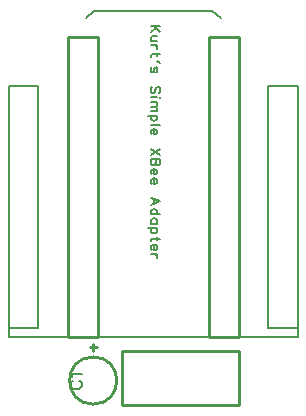
<source format=gto>
G04 DipTrace 3.2.0.1*
G04 xbee_js_basict.gto*
%MOIN*%
G04 #@! TF.FileFunction,Legend,Top*
G04 #@! TF.Part,Single*
%ADD10C,0.009843*%
%ADD14C,0.008*%
%ADD44C,0.006176*%
%ADD45C,0.007*%
%FSLAX26Y26*%
G04*
G70*
G90*
G75*
G01*
G04 TopSilk*
%LPD*%
X739449Y424961D2*
D10*
G02X739449Y424961I0J78739D01*
G01*
X727638Y613942D2*
X751260D1*
X739449Y625748D2*
Y602135D1*
X834567Y600630D2*
X1224331D1*
Y423465D1*
X834567D1*
Y600630D1*
X1226850Y1648701D2*
X1126850D1*
X1226850Y648701D2*
Y1648701D1*
Y648701D2*
X1126850D1*
Y723701D1*
Y1648701D1*
X654409Y648701D2*
X754409D1*
X654409Y1648701D2*
Y648701D1*
Y1648701D2*
X754409D1*
Y1573701D1*
Y648701D1*
X1323346Y1485029D2*
D14*
X1421732D1*
Y677960D1*
X1323346D1*
Y1485029D2*
Y677960D1*
X555551Y1485029D2*
X457165D1*
Y677960D1*
X555551D1*
Y1485029D2*
Y677960D1*
X457165D2*
Y648374D1*
X1421732Y677960D2*
Y648374D1*
X457165D2*
X1421732D1*
X742581Y1735039D2*
X714994Y1711451D1*
X742581Y1735039D2*
X1136317D1*
X1163904Y1711451D1*
X671494Y503729D2*
D44*
X667691Y501828D1*
X663844Y497981D1*
X661943Y494179D1*
Y486529D1*
X663844Y482683D1*
X667691Y478880D1*
X671494Y476935D1*
X677242Y475033D1*
X686836D1*
X692540Y476935D1*
X696387Y478880D1*
X700190Y482683D1*
X702135Y486529D1*
Y494179D1*
X700190Y497981D1*
X696387Y501828D1*
X692540Y503729D1*
X669637Y516081D2*
X667691Y519927D1*
X661987Y525675D1*
X702135D1*
X962054Y1684688D2*
D45*
X931910D1*
X962054Y1664592D2*
X941958Y1684688D1*
X949154Y1677525D2*
X931910Y1664592D1*
X952006Y1650592D2*
X937647D1*
X933369Y1649166D1*
X931910Y1646281D1*
Y1641970D1*
X933369Y1639118D1*
X937647Y1634807D1*
X952006D2*
X931910D1*
X952006Y1620807D2*
X931910D1*
X943384D2*
X947695Y1619348D1*
X950580Y1616496D1*
X952006Y1613611D1*
Y1609300D1*
X962054Y1590989D2*
X937647D1*
X933369Y1589563D1*
X931910Y1586678D1*
Y1583826D1*
X952006Y1595300D2*
Y1585252D1*
X962021Y1562630D2*
X953399Y1569826D1*
X960595Y1561204D1*
X962021Y1562630D1*
X947695Y1531419D2*
X950580Y1532845D1*
X952006Y1537156D1*
Y1541467D1*
X950580Y1545778D1*
X947695Y1547204D1*
X944843Y1545778D1*
X943384Y1542893D1*
X941958Y1535730D1*
X940532Y1532845D1*
X937647Y1531419D1*
X936221D1*
X933369Y1532845D1*
X931910Y1537156D1*
Y1541467D1*
X933369Y1545778D1*
X936221Y1547204D1*
X957743Y1463426D2*
X960628Y1466277D1*
X962054Y1470588D1*
Y1476325D1*
X960628Y1480636D1*
X957743Y1483522D1*
X954891D1*
X952006Y1482062D1*
X950580Y1480636D1*
X949154Y1477785D1*
X946269Y1469163D1*
X944843Y1466277D1*
X943384Y1464852D1*
X940532Y1463426D1*
X936221D1*
X933369Y1466277D1*
X931910Y1470588D1*
Y1476325D1*
X933369Y1480636D1*
X936221Y1483522D1*
X962054Y1449426D2*
X960628Y1448000D1*
X962054Y1446540D1*
X963513Y1448000D1*
X962054Y1449426D1*
X952006Y1448000D2*
X931910D1*
X952006Y1432540D2*
X931910D1*
X946269D2*
X950580Y1428229D1*
X952006Y1425344D1*
Y1421067D1*
X950580Y1418181D1*
X946269Y1416756D1*
X931910D1*
X946269D2*
X950580Y1412444D1*
X952006Y1409559D1*
Y1405282D1*
X950580Y1402396D1*
X946269Y1400937D1*
X931910D1*
X952006Y1386937D2*
X921862D1*
X947695D2*
X950547Y1384052D1*
X952006Y1381200D1*
Y1376889D1*
X950547Y1374004D1*
X947695Y1371152D1*
X943384Y1369693D1*
X940499D1*
X936221Y1371152D1*
X933336Y1374004D1*
X931910Y1376889D1*
Y1381200D1*
X933336Y1384052D1*
X936221Y1386937D1*
X962054Y1355693D2*
X931910D1*
X943384Y1341693D2*
Y1324482D1*
X946269D1*
X949154Y1325908D1*
X950580Y1327334D1*
X952006Y1330219D1*
Y1334530D1*
X950580Y1337382D1*
X947695Y1340267D1*
X943384Y1341693D1*
X940532D1*
X936221Y1340267D1*
X933369Y1337382D1*
X931910Y1334530D1*
Y1330219D1*
X933369Y1327334D1*
X936221Y1324482D1*
X962054Y1276585D2*
X931910Y1256489D1*
X962054D2*
X931910Y1276585D1*
X962054Y1242489D2*
X931910D1*
Y1229556D1*
X933369Y1225245D1*
X934795Y1223819D1*
X937647Y1222393D1*
X941958D1*
X944843Y1223819D1*
X946269Y1225245D1*
X947695Y1229556D1*
X949154Y1225245D1*
X950580Y1223819D1*
X953432Y1222393D1*
X956317D1*
X959169Y1223819D1*
X960628Y1225245D1*
X962054Y1229556D1*
Y1242489D1*
X947695D2*
Y1229556D1*
X943384Y1208393D2*
Y1191182D1*
X946269D1*
X949154Y1192608D1*
X950580Y1194034D1*
X952006Y1196919D1*
Y1201230D1*
X950580Y1204082D1*
X947695Y1206967D1*
X943384Y1208393D1*
X940532D1*
X936221Y1206967D1*
X933369Y1204082D1*
X931910Y1201230D1*
Y1196919D1*
X933369Y1194034D1*
X936221Y1191182D1*
X943384Y1177182D2*
Y1159971D1*
X946269D1*
X949154Y1161397D1*
X950580Y1162823D1*
X952006Y1165708D1*
Y1170019D1*
X950580Y1172871D1*
X947695Y1175756D1*
X943384Y1177182D1*
X940532D1*
X936221Y1175756D1*
X933369Y1172871D1*
X931910Y1170019D1*
Y1165708D1*
X933369Y1162823D1*
X936221Y1159971D1*
X931910Y1089093D2*
X962054Y1100600D1*
X931910Y1112074D1*
X941958Y1107763D2*
Y1093404D1*
X962054Y1057882D2*
X931910D1*
X947695D2*
X950580Y1060734D1*
X952006Y1063619D1*
Y1067930D1*
X950580Y1070782D1*
X947695Y1073667D1*
X943384Y1075093D1*
X940532D1*
X936221Y1073667D1*
X933369Y1070782D1*
X931910Y1067930D1*
Y1063619D1*
X933369Y1060734D1*
X936221Y1057882D1*
X952006Y1026671D2*
X931910D1*
X947695D2*
X950580Y1029523D1*
X952006Y1032408D1*
Y1036686D1*
X950580Y1039571D1*
X947695Y1042423D1*
X943384Y1043882D1*
X940532D1*
X936221Y1042423D1*
X933369Y1039571D1*
X931910Y1036686D1*
Y1032408D1*
X933369Y1029523D1*
X936221Y1026671D1*
X952006Y1012671D2*
X921862D1*
X947695D2*
X950547Y1009786D1*
X952006Y1006934D1*
Y1002623D1*
X950547Y999738D1*
X947695Y996886D1*
X943384Y995427D1*
X940499D1*
X936221Y996886D1*
X933336Y999738D1*
X931910Y1002623D1*
Y1006934D1*
X933336Y1009786D1*
X936221Y1012671D1*
X962054Y977116D2*
X937647D1*
X933369Y975690D1*
X931910Y972805D1*
Y969953D1*
X952006Y981427D2*
Y971379D1*
X943384Y955953D2*
Y938742D1*
X946269D1*
X949154Y940168D1*
X950580Y941594D1*
X952006Y944479D1*
Y948790D1*
X950580Y951642D1*
X947695Y954527D1*
X943384Y955953D1*
X940532D1*
X936221Y954527D1*
X933369Y951642D1*
X931910Y948790D1*
Y944479D1*
X933369Y941594D1*
X936221Y938742D1*
X952006Y924742D2*
X931910D1*
X943384D2*
X947695Y923283D1*
X950580Y920431D1*
X952006Y917546D1*
Y913235D1*
M02*

</source>
